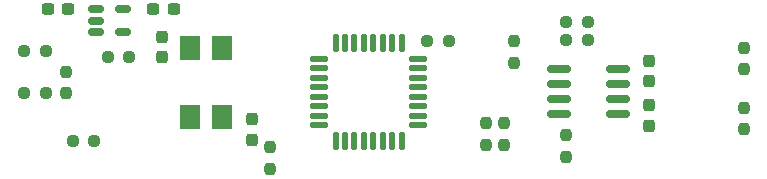
<source format=gbr>
%TF.GenerationSoftware,KiCad,Pcbnew,7.0.10-7.0.10~ubuntu22.04.1*%
%TF.CreationDate,2024-03-22T20:20:15-04:00*%
%TF.ProjectId,mechanicalkeyboard-touchid-hub,6d656368-616e-4696-9361-6c6b6579626f,rev?*%
%TF.SameCoordinates,Original*%
%TF.FileFunction,Paste,Top*%
%TF.FilePolarity,Positive*%
%FSLAX46Y46*%
G04 Gerber Fmt 4.6, Leading zero omitted, Abs format (unit mm)*
G04 Created by KiCad (PCBNEW 7.0.10-7.0.10~ubuntu22.04.1) date 2024-03-22 20:20:15*
%MOMM*%
%LPD*%
G01*
G04 APERTURE LIST*
G04 Aperture macros list*
%AMRoundRect*
0 Rectangle with rounded corners*
0 $1 Rounding radius*
0 $2 $3 $4 $5 $6 $7 $8 $9 X,Y pos of 4 corners*
0 Add a 4 corners polygon primitive as box body*
4,1,4,$2,$3,$4,$5,$6,$7,$8,$9,$2,$3,0*
0 Add four circle primitives for the rounded corners*
1,1,$1+$1,$2,$3*
1,1,$1+$1,$4,$5*
1,1,$1+$1,$6,$7*
1,1,$1+$1,$8,$9*
0 Add four rect primitives between the rounded corners*
20,1,$1+$1,$2,$3,$4,$5,0*
20,1,$1+$1,$4,$5,$6,$7,0*
20,1,$1+$1,$6,$7,$8,$9,0*
20,1,$1+$1,$8,$9,$2,$3,0*%
G04 Aperture macros list end*
%ADD10RoundRect,0.237500X-0.237500X0.250000X-0.237500X-0.250000X0.237500X-0.250000X0.237500X0.250000X0*%
%ADD11RoundRect,0.237500X0.237500X-0.250000X0.237500X0.250000X-0.237500X0.250000X-0.237500X-0.250000X0*%
%ADD12RoundRect,0.237500X-0.250000X-0.237500X0.250000X-0.237500X0.250000X0.237500X-0.250000X0.237500X0*%
%ADD13RoundRect,0.150000X-0.825000X-0.150000X0.825000X-0.150000X0.825000X0.150000X-0.825000X0.150000X0*%
%ADD14RoundRect,0.237500X-0.237500X0.300000X-0.237500X-0.300000X0.237500X-0.300000X0.237500X0.300000X0*%
%ADD15RoundRect,0.125000X0.125000X-0.625000X0.125000X0.625000X-0.125000X0.625000X-0.125000X-0.625000X0*%
%ADD16RoundRect,0.125000X0.625000X-0.125000X0.625000X0.125000X-0.625000X0.125000X-0.625000X-0.125000X0*%
%ADD17RoundRect,0.237500X0.237500X-0.300000X0.237500X0.300000X-0.237500X0.300000X-0.237500X-0.300000X0*%
%ADD18RoundRect,0.237500X-0.300000X-0.237500X0.300000X-0.237500X0.300000X0.237500X-0.300000X0.237500X0*%
%ADD19RoundRect,0.150000X-0.512500X-0.150000X0.512500X-0.150000X0.512500X0.150000X-0.512500X0.150000X0*%
%ADD20R,1.700000X2.100000*%
G04 APERTURE END LIST*
D10*
%TO.C,R15*%
X93700000Y-50287500D03*
X93700000Y-52112500D03*
%TD*%
D11*
%TO.C,R14*%
X89300000Y-44125000D03*
X89300000Y-42300000D03*
%TD*%
D12*
%TO.C,R13*%
X81900000Y-42300000D03*
X83725000Y-42300000D03*
%TD*%
%TO.C,R7*%
X93700000Y-42200000D03*
X95525000Y-42200000D03*
%TD*%
%TO.C,R6*%
X93700000Y-40676000D03*
X95525000Y-40676000D03*
%TD*%
D10*
%TO.C,R5*%
X86868000Y-49276000D03*
X86868000Y-51101000D03*
%TD*%
D11*
%TO.C,R9*%
X108712000Y-49784000D03*
X108712000Y-47959000D03*
%TD*%
D10*
%TO.C,R10*%
X68580000Y-51308000D03*
X68580000Y-53133000D03*
%TD*%
D13*
%TO.C,U3*%
X93094000Y-44704000D03*
X93094000Y-45974000D03*
X93094000Y-47244000D03*
X93094000Y-48514000D03*
X98044000Y-48514000D03*
X98044000Y-47244000D03*
X98044000Y-45974000D03*
X98044000Y-44704000D03*
%TD*%
D14*
%TO.C,C5*%
X59436000Y-41963000D03*
X59436000Y-43688000D03*
%TD*%
D10*
%TO.C,R4*%
X88392000Y-49276000D03*
X88392000Y-51101000D03*
%TD*%
D12*
%TO.C,R3*%
X47780000Y-43180000D03*
X49605000Y-43180000D03*
%TD*%
%TO.C,R2*%
X47780000Y-46736000D03*
X49605000Y-46736000D03*
%TD*%
D15*
%TO.C,U1*%
X74156000Y-50800000D03*
X74956000Y-50800000D03*
X75756000Y-50800000D03*
X76556000Y-50800000D03*
X77356000Y-50800000D03*
X78156000Y-50800000D03*
X78956000Y-50800000D03*
X79756000Y-50800000D03*
D16*
X81131000Y-49425000D03*
X81131000Y-48625000D03*
X81131000Y-47825000D03*
X81131000Y-47025000D03*
X81131000Y-46225000D03*
X81131000Y-45425000D03*
X81131000Y-44625000D03*
X81131000Y-43825000D03*
D15*
X79756000Y-42450000D03*
X78956000Y-42450000D03*
X78156000Y-42450000D03*
X77356000Y-42450000D03*
X76556000Y-42450000D03*
X75756000Y-42450000D03*
X74956000Y-42450000D03*
X74156000Y-42450000D03*
D16*
X72781000Y-43825000D03*
X72781000Y-44625000D03*
X72781000Y-45425000D03*
X72781000Y-46225000D03*
X72781000Y-47025000D03*
X72781000Y-47825000D03*
X72781000Y-48625000D03*
X72781000Y-49425000D03*
%TD*%
D17*
%TO.C,C2*%
X100714000Y-45720000D03*
X100714000Y-43995000D03*
%TD*%
D18*
%TO.C,C1*%
X58727000Y-39624000D03*
X60452000Y-39624000D03*
%TD*%
D17*
%TO.C,C4*%
X67056000Y-50646500D03*
X67056000Y-48921500D03*
%TD*%
D18*
%TO.C,C6*%
X49784000Y-39624000D03*
X51509000Y-39624000D03*
%TD*%
D19*
%TO.C,U2*%
X53848000Y-39624000D03*
X53848000Y-40574000D03*
X53848000Y-41524000D03*
X56123000Y-41524000D03*
X56123000Y-39624000D03*
%TD*%
D20*
%TO.C,Y1*%
X61816000Y-42868000D03*
X61816000Y-48768000D03*
X64516000Y-48768000D03*
X64516000Y-42868000D03*
%TD*%
D11*
%TO.C,R1*%
X51308000Y-46736000D03*
X51308000Y-44911000D03*
%TD*%
D14*
%TO.C,C3*%
X100714000Y-47752000D03*
X100714000Y-49477000D03*
%TD*%
D10*
%TO.C,R8*%
X108712000Y-42879000D03*
X108712000Y-44704000D03*
%TD*%
D12*
%TO.C,R11*%
X51919500Y-50800000D03*
X53744500Y-50800000D03*
%TD*%
%TO.C,R12*%
X54864000Y-43688000D03*
X56689000Y-43688000D03*
%TD*%
M02*

</source>
